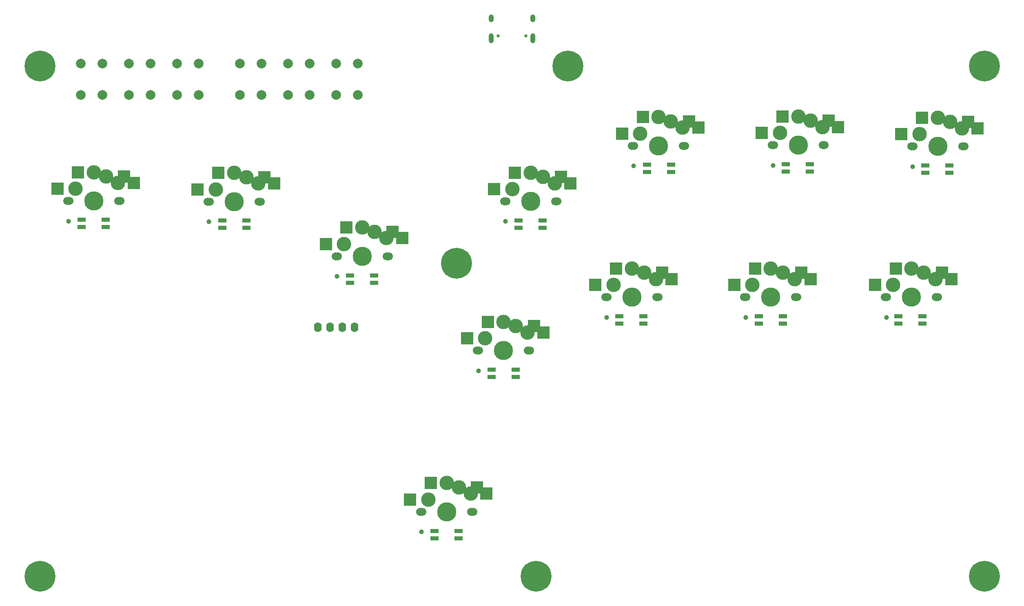
<source format=gbs>
%TF.GenerationSoftware,KiCad,Pcbnew,(6.0.0)*%
%TF.CreationDate,2022-11-06T23:16:27-06:00*%
%TF.ProjectId,Flatbox-rev4,466c6174-626f-4782-9d72-6576342e6b69,rev?*%
%TF.SameCoordinates,Original*%
%TF.FileFunction,Soldermask,Bot*%
%TF.FilePolarity,Negative*%
%FSLAX46Y46*%
G04 Gerber Fmt 4.6, Leading zero omitted, Abs format (unit mm)*
G04 Created by KiCad (PCBNEW (6.0.0)) date 2022-11-06 23:16:27*
%MOMM*%
%LPD*%
G01*
G04 APERTURE LIST*
%ADD10O,1.600000X2.000000*%
%ADD11C,3.000000*%
%ADD12C,1.701800*%
%ADD13C,3.987800*%
%ADD14C,3.429000*%
%ADD15C,0.990600*%
%ADD16R,2.600000X2.600000*%
%ADD17R,2.550000X2.500000*%
%ADD18C,6.400000*%
%ADD19C,2.000000*%
%ADD20C,0.650000*%
%ADD21O,1.000000X1.600000*%
%ADD22O,1.000000X2.100000*%
%ADD23R,1.800000X0.820000*%
G04 APERTURE END LIST*
D10*
X112331000Y-91254000D03*
X109791000Y-91254000D03*
X107251000Y-91254000D03*
X104711000Y-91254000D03*
D11*
X87320000Y-59220000D03*
D12*
X82240000Y-65170000D03*
D11*
X89860000Y-60090000D03*
X83510000Y-62630000D03*
D13*
X87320000Y-65170000D03*
D12*
X92820000Y-65170000D03*
X92400000Y-65170000D03*
D11*
X92320000Y-61420000D03*
D14*
X87320000Y-65170000D03*
D15*
X82100000Y-69370000D03*
D12*
X81820000Y-65170000D03*
D16*
X95595000Y-61420000D03*
D17*
X93610000Y-60090000D03*
D16*
X84045000Y-59220000D03*
D17*
X79760000Y-62630000D03*
D12*
X108840000Y-76520000D03*
D11*
X118920000Y-72770000D03*
D12*
X119000000Y-76520000D03*
D11*
X116460000Y-71440000D03*
X110110000Y-73980000D03*
D15*
X108700000Y-80720000D03*
D14*
X113920000Y-76520000D03*
D12*
X108420000Y-76520000D03*
X119420000Y-76520000D03*
D13*
X113920000Y-76520000D03*
D11*
X113920000Y-70570000D03*
D16*
X122195000Y-72770000D03*
D17*
X120210000Y-71440000D03*
X106360000Y-73980000D03*
D16*
X110645000Y-70570000D03*
D11*
X127610000Y-127080000D03*
D15*
X126200000Y-133820000D03*
D11*
X133960000Y-124540000D03*
D12*
X125920000Y-129620000D03*
D14*
X131420000Y-129620000D03*
D13*
X131420000Y-129620000D03*
D12*
X126340000Y-129620000D03*
X136920000Y-129620000D03*
X136500000Y-129620000D03*
D11*
X131420000Y-123670000D03*
X136420000Y-125870000D03*
D17*
X137710000Y-124540000D03*
D16*
X139695000Y-125870000D03*
X128145000Y-123670000D03*
D17*
X123860000Y-127080000D03*
D12*
X153940000Y-65110000D03*
D11*
X148860000Y-59160000D03*
D15*
X143640000Y-69310000D03*
D12*
X154360000Y-65110000D03*
D13*
X148860000Y-65110000D03*
D11*
X151400000Y-60030000D03*
D12*
X143360000Y-65110000D03*
D11*
X145050000Y-62570000D03*
X153860000Y-61360000D03*
D12*
X143780000Y-65110000D03*
D14*
X148860000Y-65110000D03*
D16*
X157135000Y-61360000D03*
D17*
X155150000Y-60030000D03*
D16*
X145585000Y-59160000D03*
D17*
X141300000Y-62570000D03*
D11*
X177960000Y-48500000D03*
D12*
X169920000Y-53580000D03*
D15*
X170200000Y-57780000D03*
D14*
X175420000Y-53580000D03*
D11*
X175420000Y-47630000D03*
D13*
X175420000Y-53580000D03*
D11*
X171610000Y-51040000D03*
D12*
X170340000Y-53580000D03*
X180500000Y-53580000D03*
X180920000Y-53580000D03*
D11*
X180420000Y-49830000D03*
D16*
X183695000Y-49830000D03*
D17*
X181710000Y-48500000D03*
X167860000Y-51040000D03*
D16*
X172145000Y-47630000D03*
D15*
X199170000Y-57660000D03*
D13*
X204390000Y-53460000D03*
D11*
X204390000Y-47510000D03*
X206930000Y-48380000D03*
X200580000Y-50920000D03*
D14*
X204390000Y-53460000D03*
D12*
X209890000Y-53460000D03*
X198890000Y-53460000D03*
X209470000Y-53460000D03*
X199310000Y-53460000D03*
D11*
X209390000Y-49710000D03*
D17*
X210680000Y-48380000D03*
D16*
X212665000Y-49710000D03*
D17*
X196830000Y-50920000D03*
D16*
X201115000Y-47510000D03*
D11*
X238360000Y-49950000D03*
X233360000Y-47750000D03*
D13*
X233360000Y-53700000D03*
D11*
X235900000Y-48620000D03*
X229550000Y-51160000D03*
D14*
X233360000Y-53700000D03*
D12*
X227860000Y-53700000D03*
X238440000Y-53700000D03*
X238860000Y-53700000D03*
X228280000Y-53700000D03*
D15*
X228140000Y-57900000D03*
D16*
X241635000Y-49950000D03*
D17*
X239650000Y-48620000D03*
D16*
X230085000Y-47750000D03*
D17*
X225800000Y-51160000D03*
D11*
X148250000Y-92400000D03*
D12*
X148750000Y-96150000D03*
D13*
X143250000Y-96150000D03*
D12*
X137750000Y-96150000D03*
D11*
X143250000Y-90200000D03*
D15*
X138030000Y-100350000D03*
D12*
X138170000Y-96150000D03*
X148330000Y-96150000D03*
D14*
X143250000Y-96150000D03*
D11*
X139440000Y-93610000D03*
X145790000Y-91070000D03*
D17*
X149540000Y-91070000D03*
D16*
X151525000Y-92400000D03*
X139975000Y-90200000D03*
D17*
X135690000Y-93610000D03*
D11*
X174860000Y-81290000D03*
D13*
X169860000Y-85040000D03*
D14*
X169860000Y-85040000D03*
D11*
X172400000Y-79960000D03*
D12*
X174940000Y-85040000D03*
X164780000Y-85040000D03*
D11*
X169860000Y-79090000D03*
D15*
X164640000Y-89240000D03*
D11*
X166050000Y-82500000D03*
D12*
X175360000Y-85040000D03*
X164360000Y-85040000D03*
D17*
X176150000Y-79960000D03*
D16*
X178135000Y-81290000D03*
D17*
X162300000Y-82500000D03*
D16*
X166585000Y-79090000D03*
D11*
X194900000Y-82500000D03*
D12*
X203790000Y-85040000D03*
D11*
X203710000Y-81290000D03*
D13*
X198710000Y-85040000D03*
D12*
X193210000Y-85040000D03*
D15*
X193490000Y-89240000D03*
D11*
X198710000Y-79090000D03*
D14*
X198710000Y-85040000D03*
D12*
X204210000Y-85040000D03*
X193630000Y-85040000D03*
D11*
X201250000Y-79960000D03*
D16*
X206985000Y-81290000D03*
D17*
X205000000Y-79960000D03*
X191150000Y-82500000D03*
D16*
X195435000Y-79090000D03*
D14*
X227920000Y-85040000D03*
D12*
X222840000Y-85040000D03*
D11*
X230460000Y-79960000D03*
D12*
X222420000Y-85040000D03*
D13*
X227920000Y-85040000D03*
D12*
X233420000Y-85040000D03*
D15*
X222700000Y-89240000D03*
D11*
X224110000Y-82500000D03*
X232920000Y-81290000D03*
D12*
X233000000Y-85040000D03*
D11*
X227920000Y-79090000D03*
D16*
X236195000Y-81290000D03*
D17*
X234210000Y-79960000D03*
D16*
X224645000Y-79090000D03*
D17*
X220360000Y-82500000D03*
D18*
X47000000Y-37000000D03*
X47000000Y-143000000D03*
X243000000Y-143000000D03*
X243000000Y-37000000D03*
D15*
X53005000Y-69250000D03*
D12*
X53145000Y-65050000D03*
D13*
X58225000Y-65050000D03*
D11*
X58225000Y-59100000D03*
X63225000Y-61300000D03*
X54415000Y-62510000D03*
D12*
X52725000Y-65050000D03*
X63725000Y-65050000D03*
D11*
X60765000Y-59970000D03*
D14*
X58225000Y-65050000D03*
D12*
X63305000Y-65050000D03*
D16*
X66500000Y-61300000D03*
D17*
X64515000Y-59970000D03*
D16*
X54950000Y-59100000D03*
D17*
X50665000Y-62510000D03*
D18*
X156600000Y-37000000D03*
D19*
X88500000Y-43000000D03*
X88500000Y-36500000D03*
X93000000Y-43000000D03*
X93000000Y-36500000D03*
X65500000Y-43000000D03*
X65500000Y-36500000D03*
X70000000Y-36500000D03*
X70000000Y-43000000D03*
X98500000Y-36500000D03*
X98500000Y-43000000D03*
X103000000Y-36500000D03*
X103000000Y-43000000D03*
X55500000Y-36500000D03*
X55500000Y-43000000D03*
X60000000Y-43000000D03*
X60000000Y-36500000D03*
X75500000Y-43000000D03*
X75500000Y-36500000D03*
X80000000Y-36500000D03*
X80000000Y-43000000D03*
X108500000Y-36500000D03*
X108500000Y-43000000D03*
X113000000Y-36500000D03*
X113000000Y-43000000D03*
D18*
X133500000Y-78000000D03*
X150000000Y-143000000D03*
D20*
X147890000Y-30750000D03*
X142110000Y-30750000D03*
D21*
X140680000Y-27100000D03*
X149320000Y-27100000D03*
D22*
X149320000Y-31280000D03*
X140680000Y-31280000D03*
D23*
X128945000Y-133616000D03*
X128945000Y-135116000D03*
X133945000Y-135116000D03*
X133945000Y-133616000D03*
X140756000Y-100088000D03*
X140756000Y-101588000D03*
X145756000Y-101588000D03*
X145756000Y-100088000D03*
X225211000Y-89039000D03*
X225211000Y-90539000D03*
X230211000Y-90539000D03*
X230211000Y-89039000D03*
X167299000Y-89039000D03*
X167299000Y-90539000D03*
X172299000Y-90539000D03*
X172299000Y-89039000D03*
X196255000Y-89039000D03*
X196255000Y-90539000D03*
X201255000Y-90539000D03*
X201255000Y-89039000D03*
X235799000Y-59170000D03*
X235799000Y-57670000D03*
X230799000Y-57670000D03*
X230799000Y-59170000D03*
X178014000Y-59043000D03*
X178014000Y-57543000D03*
X173014000Y-57543000D03*
X173014000Y-59043000D03*
X206843000Y-58916000D03*
X206843000Y-57416000D03*
X201843000Y-57416000D03*
X201843000Y-58916000D03*
X89876000Y-70600000D03*
X89876000Y-69100000D03*
X84876000Y-69100000D03*
X84876000Y-70600000D03*
X151344000Y-70600000D03*
X151344000Y-69100000D03*
X146344000Y-69100000D03*
X146344000Y-70600000D03*
X60666000Y-70473000D03*
X60666000Y-68973000D03*
X55666000Y-68973000D03*
X55666000Y-70473000D03*
X116419000Y-82030000D03*
X116419000Y-80530000D03*
X111419000Y-80530000D03*
X111419000Y-82030000D03*
M02*

</source>
